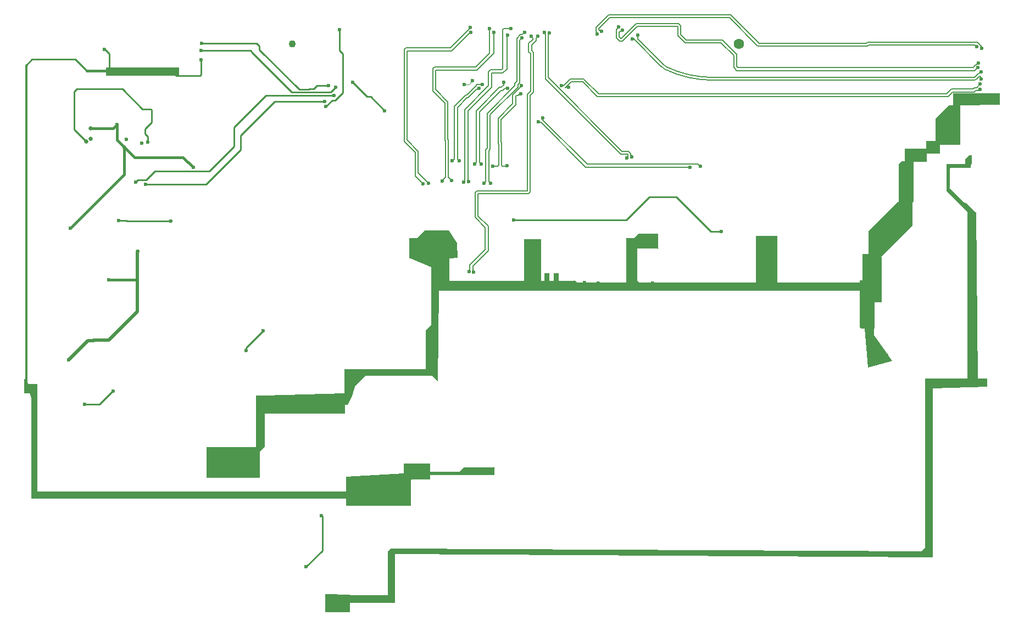
<source format=gbr>
%TF.GenerationSoftware,Altium Limited,Altium Designer,25.8.1 (18)*%
G04 Layer_Physical_Order=6*
G04 Layer_Color=16737945*
%FSLAX45Y45*%
%MOMM*%
%TF.SameCoordinates,716D66D7-A0E9-4909-A487-8E51579E39AF*%
%TF.FilePolarity,Positive*%
%TF.FileFunction,Copper,L6,Inr,Signal*%
%TF.Part,Single*%
G01*
G75*
%TA.AperFunction,Conductor*%
%ADD133C,0.25400*%
%ADD135C,0.50000*%
%ADD136C,0.35000*%
%ADD138C,0.40000*%
%ADD141C,0.45000*%
%TA.AperFunction,ComponentPad*%
%ADD148C,1.10000*%
%ADD149C,1.60000*%
%ADD153C,0.65000*%
%TA.AperFunction,ViaPad*%
%ADD161C,0.60000*%
%TA.AperFunction,Conductor*%
%ADD162C,0.16725*%
%ADD164C,0.12980*%
%ADD165C,0.12000*%
G36*
X5003800Y11630660D02*
X3881120D01*
X3881120Y11762740D01*
X5006340D01*
X5003800Y11630660D01*
D02*
G37*
G36*
X17223740Y10276840D02*
X17213580Y10266680D01*
X17216119Y10264140D01*
X17203419Y10251440D01*
Y10210800D01*
X16891000D01*
X16880840Y10200640D01*
Y9908540D01*
X16877666Y9909175D01*
X17104996Y9681845D01*
X17128998Y9671557D01*
X17250919Y9549638D01*
X17273016Y9527540D01*
X17291095D01*
X17313885Y6959870D01*
X17457420Y6959600D01*
Y6860540D01*
Y6840220D01*
X17454880Y6835140D01*
X16620183Y6809740D01*
Y4296103D01*
X16618201D01*
X16620183Y4296093D01*
Y4198620D01*
X8328660Y4247531D01*
Y3578860D01*
X8327390Y3578890D01*
Y3495040D01*
X7640320D01*
Y3357880D01*
X7642860Y3355340D01*
X7254240D01*
Y3632200D01*
X7640320Y3627120D01*
Y3611880D01*
X8221980D01*
Y4292600D01*
X8265160Y4335780D01*
Y4337829D01*
X8267199Y4337819D01*
X8267700Y4338320D01*
X8328660D01*
Y4337512D01*
X16452328Y4296931D01*
X16451579Y4297680D01*
X16504919Y4351020D01*
Y6961177D01*
X16620183D01*
X17155161Y6960169D01*
Y9525000D01*
X17039590Y9640570D01*
Y9640570D01*
X16830040Y9850120D01*
Y9918700D01*
Y10266680D01*
X17119600D01*
Y10345420D01*
X17183099Y10408920D01*
X17223740D01*
Y10276840D01*
D02*
G37*
G36*
X17653000Y11358880D02*
Y11186160D01*
X17045940Y11179725D01*
Y10571480D01*
X17043401Y10568940D01*
X16725900D01*
Y10431780D01*
X16525240Y10431780D01*
Y10302240D01*
X16319501D01*
Y9692640D01*
X16306799Y9679940D01*
Y9321800D01*
X15824200Y8839200D01*
X15831821Y8831580D01*
Y8138160D01*
X15720061D01*
Y7726680D01*
X15714980D01*
Y7625428D01*
X15924326Y7330440D01*
X15935960D01*
Y7314045D01*
X15992619Y7234205D01*
X15620329Y7129199D01*
X15573653Y7726680D01*
X15516859D01*
X15491460Y7752080D01*
Y8315960D01*
X9007225D01*
X8990260Y6916359D01*
X8906620Y7000000D01*
X7878840D01*
X7725192Y6846352D01*
X7682899Y6731846D01*
X7691026Y6732053D01*
X7660214Y6670428D01*
X7652440Y6649380D01*
X7651818Y6653637D01*
X7600000Y6550000D01*
X7556500D01*
Y6416040D01*
X6320000D01*
Y5900000D01*
X6250000Y5830000D01*
Y5440000D01*
X6260000Y5430000D01*
X5430000D01*
Y5900000D01*
X6190000D01*
Y6700000D01*
X6320000D01*
Y6697195D01*
X7550000Y6728467D01*
Y7000000D01*
Y7100000D01*
X8806180D01*
Y7708900D01*
X8887460Y7790180D01*
Y8675528D01*
X8571411Y8813800D01*
X8549640D01*
Y9128760D01*
X8547100Y9131300D01*
X8674100D01*
X8790940Y9248140D01*
X9156700D01*
X9286240Y9050020D01*
X9294913Y8826286D01*
X9169400Y8817872D01*
Y8470900D01*
X10322560Y8470900D01*
Y9108440D01*
X10579100D01*
Y8470900D01*
X10637520D01*
Y8585200D01*
X10634980Y8587740D01*
X10708640D01*
Y8470900D01*
X10777220D01*
Y8589408D01*
X10855960D01*
X10855960Y8470900D01*
X11094720D01*
Y8475980D01*
X11097260Y8478520D01*
X11104880Y8470900D01*
X11109960D01*
Y8465820D01*
X11137900Y8437880D01*
X11892280D01*
Y9121140D01*
X11887200Y9126220D01*
X11889740Y9128760D01*
X12016740D01*
X12082780Y9194800D01*
X12390120D01*
Y8953500D01*
X12374880Y8968740D01*
X12065000D01*
Y8473440D01*
X12100559Y8437880D01*
X13893800D01*
Y9159240D01*
X14226540D01*
Y8437880D01*
X15491460D01*
Y8473440D01*
X15539720D01*
Y8879840D01*
X15626080D01*
Y9230360D01*
X16078200Y9682480D01*
X16093440D01*
Y10264140D01*
X16139160Y10309860D01*
X16182339D01*
X16187421Y10314940D01*
Y10507980D01*
X16518317D01*
X16515184Y10622280D01*
X16659860D01*
Y10975340D01*
X16863060Y11178540D01*
X16934180Y11179528D01*
Y11363960D01*
X17647920D01*
X17653000Y11358880D01*
D02*
G37*
G36*
X2676227Y6877224D02*
X2821940Y6873240D01*
Y5224780D01*
X2816860Y5219700D01*
X7574280D01*
Y5445760D01*
X8463280Y5493192D01*
Y5651500D01*
X8869680Y5646420D01*
X8872220Y5643880D01*
Y5523230D01*
X9325610D01*
X9386900Y5584520D01*
X9869500D01*
X9865360Y5580380D01*
Y5473700D01*
X9657080D01*
X9654540Y5471160D01*
X9273540D01*
X9271000Y5468620D01*
X8872220D01*
Y5402580D01*
X8582660D01*
X8575040Y5394960D01*
Y4993640D01*
X7574280D01*
Y5105400D01*
X2816860Y5105400D01*
X2814320Y5107940D01*
X2727960D01*
X2727960Y6667628D01*
X2702498Y6733540D01*
X2619139D01*
Y6951980D01*
X2662319D01*
X2676227Y6877224D01*
D02*
G37*
D133*
X6243320Y12030045D02*
X6853545Y11419820D01*
X5346700Y12136120D02*
X6200140D01*
X6243320Y12092940D01*
Y12030045D02*
Y12092940D01*
X6853545Y11419820D02*
X7001355D01*
X7075374Y11428740D02*
X7126634Y11480000D01*
X7010275Y11428740D02*
X7075374D01*
X7001355Y11419820D02*
X7010275Y11428740D01*
X6123940Y11993880D02*
X6736400Y11381420D01*
X7343920D01*
X7417500Y11455000D01*
X7126634Y11480000D02*
X7305000D01*
X5847080Y10838180D02*
X6338900Y11330000D01*
X7390000D01*
X6479540Y11236960D02*
X7249160D01*
X5951220Y10708640D02*
X6479540Y11236960D01*
X7266940Y11155680D02*
X7364024Y11252764D01*
X7404664D01*
X6037580Y7391400D02*
Y7437580D01*
X6300000Y7700000D01*
X10805160Y8493760D02*
X10806572Y8495172D01*
Y8533272D01*
X10815320Y8542020D01*
X6962140Y4056380D02*
X7210398Y4304638D01*
Y4831742D01*
X7195820Y4846320D02*
X7210398Y4831742D01*
X2641999Y6809379D02*
Y6946685D01*
X2656878Y6794500D02*
X2758839D01*
X2641999Y6809379D02*
X2656878Y6794500D01*
X3545319Y6560000D02*
X3776559D01*
X3983119Y6766560D01*
X3928067Y11726819D02*
Y11969793D01*
X2735580Y11887200D02*
X3403600D01*
X2646680Y11798300D02*
X2735580Y11887200D01*
X3913188Y11711940D02*
X3928067Y11726819D01*
X5344160Y11648079D02*
Y11877401D01*
X4960620Y11633200D02*
X5329281D01*
X5344160Y11648079D01*
X3403600Y11887200D02*
X3578860Y11711940D01*
X4886960Y11706860D02*
X4960620Y11633200D01*
X3853180Y12044680D02*
X3928067Y11969793D01*
X4329794Y8486140D02*
X4360000Y8455934D01*
X7472680Y12024360D02*
Y12341860D01*
X4632894Y10162540D02*
X5466080D01*
X5847080Y10543540D01*
X4493194Y10022840D02*
X4632894Y10162540D01*
X4368800Y10022840D02*
X4493194D01*
X4338320Y9992360D02*
X4368800Y10022840D01*
X4488230Y9956781D02*
X5420341D01*
X5951220Y10487660D01*
X4480000Y10810000D02*
X4580000Y10910000D01*
X4565121Y11120000D02*
X4580000Y11105121D01*
Y10910000D02*
Y11105121D01*
X4440000Y11120000D02*
X4565121D01*
X5847080Y10543540D02*
Y10838180D01*
X5951220Y10487660D02*
Y10708640D01*
X7404664Y11252764D02*
X7526020Y11374120D01*
X6106521Y12026900D02*
X6123940Y12009481D01*
X5341620Y12026900D02*
X6106521D01*
X6123940Y11993880D02*
Y12009481D01*
X7680960Y11529060D02*
X7900657Y11309363D01*
X7953997D01*
X8168640Y11094720D01*
X13197839Y9227820D02*
X13360400D01*
X12661900Y9763760D02*
X13197839Y9227820D01*
X12247880Y9763760D02*
X12661900D01*
X11892280Y9408160D02*
X12247880Y9763760D01*
X10160000Y9408160D02*
X11892280D01*
X7526020Y11374120D02*
Y11971020D01*
X7472680Y12024360D02*
X7526020Y11971020D01*
X4430000Y10590000D02*
Y10599363D01*
X4185000Y10655000D02*
X4190000Y10650000D01*
X3643000Y10660000D02*
X3648000Y10655000D01*
X4070000Y9400000D02*
X4190000D01*
X4200000Y9390000D01*
X4880000D01*
X4520000Y10610000D02*
Y10694681D01*
X4480000Y10734682D02*
X4520000Y10694681D01*
X4480000Y10734682D02*
Y10810000D01*
X4130000Y11430000D02*
X4440000Y11120000D01*
X3430000Y11430000D02*
X4130000D01*
X3390000Y11390000D02*
X3430000Y11430000D01*
X3390000Y10803000D02*
Y11390000D01*
Y10803000D02*
X3573000Y10620000D01*
D135*
X3687665Y7542346D02*
X3695319Y7550000D01*
X3914090D01*
X3305319Y7250000D02*
X3597665Y7542346D01*
X3687665D01*
X3918771Y7550000D02*
X4360000Y7991228D01*
Y8455934D02*
Y8920640D01*
Y7991228D02*
Y8455934D01*
D136*
X2646680Y6946685D02*
Y11798300D01*
D138*
X3921760Y8486140D02*
X4329794D01*
X4315000Y10375000D02*
X5065000D01*
X5220000Y10220000D01*
X4160000Y10530000D02*
X4315000Y10375000D01*
X3330000Y9280000D02*
X4160000Y10110000D01*
Y10530000D01*
X4050000Y10640000D02*
Y10880000D01*
Y10640000D02*
X4160000Y10530000D01*
X3990000Y10820000D02*
X4050000Y10880000D01*
X3643000Y10820000D02*
X3990000D01*
D141*
X3578860Y11711940D02*
X3913188D01*
D148*
X6747500Y12128800D02*
D03*
D149*
X13627499D02*
D03*
D153*
X3643000Y10820000D02*
D03*
X3573000Y10620000D02*
D03*
X3643000Y10660000D02*
D03*
D161*
X7249160Y11236960D02*
D03*
X15714980Y7421880D02*
D03*
X5549230Y5510378D02*
D03*
X5889789Y5505334D02*
D03*
X5729230Y5510378D02*
D03*
X6069788Y5505334D02*
D03*
X6037580Y7391400D02*
D03*
X6300000Y7700000D02*
D03*
X8890000Y8745220D02*
D03*
X8956040Y8854440D02*
D03*
X8623300Y8973820D02*
D03*
X8656320Y9055100D02*
D03*
X8875257Y9167119D02*
D03*
X8950960Y9212580D02*
D03*
X9672320Y8437880D02*
D03*
X10673080Y8542020D02*
D03*
X10815320D02*
D03*
X9034780Y8900160D02*
D03*
X9131300Y8897620D02*
D03*
X9230360Y8910320D02*
D03*
X10378440Y8902700D02*
D03*
X10528300Y8884920D02*
D03*
X10449560D02*
D03*
X15892780Y7294880D02*
D03*
X11463020Y8432800D02*
D03*
X11254740Y8440420D02*
D03*
X12298680Y8430260D02*
D03*
X13949680Y8823960D02*
D03*
X14033501Y8829040D02*
D03*
X11998960Y9027160D02*
D03*
X11938000Y9080500D02*
D03*
X12171680Y9151620D02*
D03*
X14033501Y8935720D02*
D03*
X14038580Y9047480D02*
D03*
X17325340Y11229340D02*
D03*
X16984979Y11318240D02*
D03*
X17612360Y11216640D02*
D03*
X17604739Y11318240D02*
D03*
X17325340Y11323320D02*
D03*
X8679180Y8887460D02*
D03*
X8775700Y8882380D02*
D03*
X6962140Y4056380D02*
D03*
X7195820Y4846320D02*
D03*
X3985659Y6766560D02*
D03*
X3305319Y7250000D02*
D03*
X3695319Y7550000D02*
D03*
X3545319Y6560000D02*
D03*
X9819640Y5529580D02*
D03*
X9248140Y5496560D02*
D03*
X8710000Y5520000D02*
D03*
X5344160Y11877401D02*
D03*
X3853180Y12040769D02*
D03*
X4894580Y11689080D02*
D03*
X3921760Y8486140D02*
D03*
X4370660Y8920640D02*
D03*
X12070080Y12263120D02*
D03*
X7472680Y12341860D02*
D03*
X10604500Y10985500D02*
D03*
X10543540Y10919460D02*
D03*
X17345660Y11424920D02*
D03*
X17322800Y11831320D02*
D03*
X17368520Y11689080D02*
D03*
X17365981Y11584940D02*
D03*
X17350740Y11503660D02*
D03*
X17300342Y12083182D02*
D03*
X17375259Y12059960D02*
D03*
X17310100Y11757660D02*
D03*
X17170399Y10320020D02*
D03*
X11772914Y12387580D02*
D03*
X11005820Y11455400D02*
D03*
X11445240Y12278360D02*
D03*
X7439083Y3467411D02*
D03*
X7366000Y3520440D02*
D03*
X11991340Y12202160D02*
D03*
X11833860Y12339320D02*
D03*
X10894060Y11478260D02*
D03*
X11516360Y12316460D02*
D03*
X4050000Y10880000D02*
D03*
X4160000Y10530000D02*
D03*
X5220000Y10220000D02*
D03*
X3330000Y9280000D02*
D03*
X4488230Y9956781D02*
D03*
X4338320Y9992360D02*
D03*
X10528300Y12245340D02*
D03*
X9544575Y8604541D02*
D03*
X10434320Y12245340D02*
D03*
X9471660Y8608060D02*
D03*
X12877800Y10218460D02*
D03*
X13037820Y10238740D02*
D03*
X10327640Y12303760D02*
D03*
X10284460Y12214860D02*
D03*
X9395460Y11501120D02*
D03*
X9060721Y10010681D02*
D03*
X9204960Y10020300D02*
D03*
X10711180Y12298051D02*
D03*
X11902440Y10360660D02*
D03*
X11983720Y10383520D02*
D03*
X9390380Y9992360D02*
D03*
X9469120Y9997440D02*
D03*
X10114280Y12359640D02*
D03*
X10068560Y12263120D02*
D03*
X9212580Y10317480D02*
D03*
X9324340D02*
D03*
X9674860Y11501120D02*
D03*
X9622502Y11440418D02*
D03*
X10010140Y11531600D02*
D03*
X9555480Y10269220D02*
D03*
X10066388Y11438839D02*
D03*
X9659620Y10266680D02*
D03*
X9841782Y10235342D02*
D03*
X10058470Y10243996D02*
D03*
X10629900Y12301220D02*
D03*
X9804400Y9974580D02*
D03*
X9789160Y12362180D02*
D03*
X9494520Y12382500D02*
D03*
X8760460Y9966960D02*
D03*
X9857740Y12303760D02*
D03*
X9497060Y12301220D02*
D03*
X8846820Y9972040D02*
D03*
X9700260D02*
D03*
X10266680Y11356340D02*
D03*
X10279380Y11478260D02*
D03*
X9525000Y11554460D02*
D03*
X5346700Y12136120D02*
D03*
X7305000Y11480000D02*
D03*
X5341620Y12026900D02*
D03*
X7417500Y11455000D02*
D03*
X8168640Y11094720D02*
D03*
X7680960Y11529060D02*
D03*
X13360400Y9227820D02*
D03*
X10160000Y9408160D02*
D03*
X7390000Y11330000D02*
D03*
X7266940Y11155680D02*
D03*
X4190000Y10650000D02*
D03*
X4430000Y10590000D02*
D03*
X4070000Y9400000D02*
D03*
X4880000Y9390000D02*
D03*
X4520000Y10610000D02*
D03*
D162*
X10391711Y12130094D02*
X10457948Y12196330D01*
X10438436Y12020284D02*
X10468326Y11990394D01*
X10391711Y12000930D02*
Y12130094D01*
X10417545Y11329405D02*
X10468326Y11380186D01*
X10438436Y12110740D02*
X10504672Y12176976D01*
X10405396Y11987244D02*
X10421600Y11971040D01*
X10391711Y12000930D02*
X10405396Y11987244D01*
X10438436Y12020284D02*
Y12110740D01*
X10468326Y11380186D02*
Y11990394D01*
X10405396Y11987244D02*
Y11987244D01*
X11291854Y10267685D02*
X12854388D01*
X11272500Y10220960D02*
X12875301D01*
X10580998Y10912463D02*
X11272500Y10220960D01*
X10604500Y10985500D02*
X10611497Y10978503D01*
X10543540Y10919460D02*
X10550537Y10912463D01*
X10580998D01*
X10611497Y10948042D02*
X11291854Y10267685D01*
X10611497Y10948042D02*
Y10978503D01*
X10504672Y12213905D02*
X10528300Y12237533D01*
Y12245340D01*
X10504672Y12176976D02*
Y12213905D01*
X10417545Y9836851D02*
Y11329405D01*
X10390174Y9809480D02*
X10417545Y9836851D01*
X9611360Y9809480D02*
X10390174D01*
X9767286Y8931855D02*
Y9310694D01*
X9611360Y9466619D02*
Y9809480D01*
Y9466619D02*
X9767286Y9310694D01*
X9531480Y8696050D02*
X9767286Y8931855D01*
X9531480Y8629346D02*
X9544575Y8616251D01*
X9531480Y8629346D02*
Y8696050D01*
X9544575Y8604541D02*
Y8616251D01*
X10434320Y12237533D02*
X10457948Y12213905D01*
Y12196330D02*
Y12213905D01*
X10434320Y12237533D02*
Y12245340D01*
X10421600Y11399540D02*
Y11971040D01*
X10370820Y9856205D02*
Y11348759D01*
X10421600Y11399540D01*
X9592006Y9856205D02*
X10370820D01*
X9564635Y9828834D02*
X9592006Y9856205D01*
X9720560Y8951209D02*
Y9291340D01*
X9564635Y9447265D02*
X9720560Y9291340D01*
X9564635Y9447265D02*
Y9828834D01*
X9484755Y8715404D02*
X9720560Y8951209D01*
X9484755Y8632865D02*
Y8715404D01*
X9471660Y8619770D02*
X9484755Y8632865D01*
X9471660Y8608060D02*
Y8619770D01*
X12856525Y10269822D02*
X12995027D01*
X13030791Y10234059D01*
X13039673D01*
X12875301Y10220960D02*
X12877800Y10218460D01*
X12854388Y10267685D02*
X12856525Y10269822D01*
X9796780Y11030515D02*
X10224687Y11458422D01*
X10255747Y11527264D02*
Y12183425D01*
X10224687Y11496204D02*
X10255747Y11527264D01*
X10284460Y12212138D02*
Y12214860D01*
X10224687Y11458422D02*
Y11496204D01*
X10177962Y11477776D02*
Y11515558D01*
X10324810Y12303760D02*
X10327640D01*
X10287273Y12266222D02*
X10324810Y12303760D01*
X10255747Y12183425D02*
X10284460Y12212138D01*
X10263185Y12266222D02*
X10287273D01*
X10209023Y11546619D02*
Y12212060D01*
X10177962Y11515558D02*
X10209023Y11546619D01*
Y12212060D02*
X10263185Y12266222D01*
X9750055Y11049869D02*
X10177962Y11477776D01*
X9060721Y10015761D02*
X9109208Y10064248D01*
X9060721Y10010681D02*
Y10015761D01*
X9147042Y10651126D02*
Y11231417D01*
X9100318Y10631771D02*
X9109208Y10622881D01*
X9155932Y10064248D02*
X9199880Y10020300D01*
X9109208Y10064248D02*
Y10622881D01*
X9147042Y10651126D02*
X9155932Y10642236D01*
X9100318Y10631771D02*
Y11212063D01*
X9155932Y10064248D02*
Y10642236D01*
X9199880Y10020300D02*
X9204960D01*
X10647178Y11586426D02*
X11811784Y10421820D01*
X10711180Y12286341D02*
Y12298051D01*
X10693902Y11605780D02*
X11831138Y10468544D01*
X10693902Y12269064D02*
X10711180Y12286341D01*
X10693902Y11605780D02*
Y12269064D01*
X10647178Y11586426D02*
Y12272232D01*
X10629900Y12289510D02*
Y12301220D01*
Y12289510D02*
X10647178Y12272232D01*
X11966908Y10412042D02*
X11983720Y10395230D01*
X11902440Y10360660D02*
Y10372370D01*
X11929740Y10468544D02*
X11966908Y10431376D01*
X11811784Y10421820D02*
X11910386D01*
X11966908Y10412042D02*
Y10431376D01*
X11902440Y10372370D02*
X11920183Y10390113D01*
X11910386Y10421820D02*
X11920183Y10412022D01*
X11831138Y10468544D02*
X11929740D01*
X11920183Y10390113D02*
Y10412022D01*
X11983720Y10383520D02*
Y10395230D01*
X10005060Y12359640D02*
X10114280D01*
X9989820Y12344400D02*
X10005060Y12359640D01*
X9972403Y11723105D02*
X9989820Y11740522D01*
Y12344400D01*
X9800286Y11723105D02*
X9972403D01*
X9772915Y11478062D02*
Y11695734D01*
X9800286Y11723105D01*
X9406388Y11111534D02*
X9772915Y11478062D01*
X9406388Y10020078D02*
Y11111534D01*
X9390380Y10004070D02*
X9406388Y10020078D01*
X9390380Y9992360D02*
Y10004070D01*
X10068560Y12251410D02*
Y12263120D01*
X10054325Y12237175D02*
X10068560Y12251410D01*
X10054325Y11738948D02*
Y12237175D01*
X9991757Y11676380D02*
X10054325Y11738948D01*
X9819640Y11458708D02*
Y11676380D01*
X9991757D01*
X9453112Y11092180D02*
X9819640Y11458708D01*
X9469120Y9997440D02*
Y10009150D01*
X9453112Y10025158D02*
Y11092180D01*
Y10025158D02*
X9469120Y10009150D01*
X9673325Y11499585D02*
X9674860Y11501120D01*
X9582348Y11499585D02*
X9673325D01*
X9438844Y11338877D02*
X9582348Y11482381D01*
Y11499585D01*
X9421641Y11338877D02*
X9438844D01*
X9245098Y11162334D02*
X9421641Y11338877D01*
X9212580Y10317480D02*
X9245098Y10349998D01*
Y11162334D01*
X9610792Y11440418D02*
X9622502D01*
X9588025Y11421978D02*
X9592351D01*
X9610792Y11440418D01*
X9458199Y11292152D02*
X9588025Y11421978D01*
X9440995Y11292152D02*
X9458199D01*
X9291822Y11142980D02*
X9440995Y11292152D01*
X9291822Y10349998D02*
Y11142980D01*
Y10349998D02*
X9324340Y10317480D01*
X9611559Y11120357D02*
X9943435Y11452233D01*
X9967966D01*
X10006509Y11490776D02*
Y11527969D01*
X10010140Y11531600D01*
X9967966Y11452233D02*
X10006509Y11490776D01*
X9584188Y11092986D02*
X9611558Y11120357D01*
X9611559D01*
X9584188Y10297928D02*
Y11092986D01*
X9555480Y10269220D02*
X9584188Y10297928D01*
X10021292Y11439481D02*
X10065747D01*
X10066388Y11438839D01*
X9987320Y11405509D02*
X10021292Y11439481D01*
X9962789Y11405509D02*
X9987320D01*
X9630913Y11073632D02*
X9962789Y11405509D01*
X9630912Y10295388D02*
X9659620Y10266680D01*
X9630912Y10295388D02*
Y11073632D01*
X9630913D01*
X10204846Y11330465D02*
X10229095D01*
X9796780Y10496048D02*
Y11030515D01*
X10193020Y11318639D02*
X10204846Y11330465D01*
X10229095D02*
X10254970Y11356340D01*
X10193020Y11181848D02*
Y11318639D01*
X10254970Y11356340D02*
X10266680D01*
X10146295Y11201202D02*
Y11337993D01*
X10279380Y11471078D02*
Y11478260D01*
X10146295Y11337993D02*
X10279380Y11471078D01*
X9750055Y10515402D02*
Y11049869D01*
X9841782Y10235342D02*
X9912639D01*
X9926763Y10249466D02*
Y10579652D01*
X9912639Y10235342D02*
X9926763Y10249466D01*
X9983285Y10239669D02*
X10054142D01*
X9965833Y10606661D02*
Y10954661D01*
X9973488Y10249466D02*
Y10599006D01*
X9965833Y10606661D02*
X9973488Y10599006D01*
Y10249466D02*
X9983285Y10239669D01*
X10054142D02*
X10058470Y10243996D01*
X9919108Y10587307D02*
X9926763Y10579652D01*
X9965833Y10954661D02*
X10193020Y11181848D01*
X9919108Y10974015D02*
X10146295Y11201202D01*
X9919108Y10587307D02*
Y10974015D01*
X9775692Y10474960D02*
X9796780Y10496048D01*
X9775692Y10003288D02*
X9804400Y9974580D01*
X9775692Y10003288D02*
Y10474960D01*
X9789160Y11982185D02*
Y12362180D01*
X9575800Y11768825D02*
X9789160Y11982185D01*
X8939226Y11768825D02*
X9575800D01*
X8911855Y11400525D02*
X9100318Y11212063D01*
X8911855Y11741454D02*
X8939226Y11768825D01*
X8911855Y11400525D02*
Y11741454D01*
X9474200Y12354599D02*
Y12362180D01*
X9183066Y12063465D02*
X9474200Y12354599D01*
X8878794Y12064067D02*
X8879396Y12063465D01*
X9183066D01*
X8498873Y12064067D02*
X8878794D01*
X8470900Y10619740D02*
X8641080Y10449560D01*
Y10086340D02*
Y10449560D01*
X8470900Y12036094D02*
X8498873Y12064067D01*
X8470900Y10619740D02*
Y12036094D01*
X8641080Y10086340D02*
X8760460Y9966960D01*
X9854558Y12300578D02*
X9857740Y12303760D01*
X9854558Y11981504D02*
Y12300578D01*
X9595154Y11722100D02*
X9854558Y11981504D01*
X8958580Y11722100D02*
X9595154D01*
X8958580Y11419879D02*
Y11722100D01*
Y11419879D02*
X9147042Y11231417D01*
X9486900Y12301220D02*
X9497060D01*
X9202420Y12016740D02*
X9486900Y12301220D01*
X8859439Y12017342D02*
X8860042Y12016740D01*
X8518227Y12017342D02*
X8859439D01*
X8860042Y12016740D02*
X9202420D01*
X8517625D02*
X8518227Y12017342D01*
X8517625Y10639094D02*
Y12016740D01*
X8687805Y10131055D02*
X8846820Y9972040D01*
X8517625Y10639094D02*
X8687805Y10468914D01*
Y10131055D02*
Y10468914D01*
X9728968Y10494314D02*
X9750055Y10515402D01*
X9728968Y10000748D02*
Y10494314D01*
X9700260Y9972040D02*
X9728968Y10000748D01*
D164*
X17364717Y11692882D02*
G03*
X17355540Y11696682I-9177J-9180D01*
G01*
X17332347Y11667705D02*
G03*
X17342560Y11680387I-2767J12681D01*
G01*
X17362044Y11692873D02*
G03*
X17342560Y11681639I-6503J-11234D01*
G01*
X17356740Y11616662D02*
G03*
X17335103Y11622213I-12462J-3630D01*
G01*
X17332347Y11667705D02*
G03*
X17304723Y11652616I11931J-54673D01*
G01*
X17254301Y11607600D02*
G03*
X17263477Y11611398I0J12980D01*
G01*
X17254301Y11564620D02*
G03*
X17293855Y11580996I0J55960D01*
G01*
X12511524Y11771260D02*
G03*
X13231018Y11607599I719997J1501925D01*
G01*
X12504846Y11774500D02*
G03*
X12507524Y11772752I8381J9912D01*
G01*
X12508519Y11772273D02*
G03*
X12511524Y11771259I5621J11700D01*
G01*
X12507524Y11772752D02*
G03*
X12508519Y11772273I723996J1504354D01*
G01*
X12463813Y11809547D02*
G03*
X12464533Y11808878I9191J9165D01*
G01*
X12462770Y11810591D02*
G03*
X12462622Y11810739I-30539J-30243D01*
G01*
X12432231Y11780347D02*
G03*
X12432231Y11780346I15196J15196D01*
G01*
X12492819Y11732137D02*
G03*
X13231018Y11564619I738702J1544968D01*
G01*
X12488650Y11734137D02*
G03*
X12489906Y11733533I742870J1542968D01*
G01*
X12477027Y11741739D02*
G03*
X12488389Y11734267I36201J42674D01*
G01*
D02*
G03*
X12488650Y11734137I9670J19191D01*
G01*
X12433402Y11779176D02*
G03*
X12436560Y11776247I39603J39536D01*
G01*
X12010418Y12202160D02*
X12432231Y11780347D01*
X12070080Y12203281D02*
Y12263120D01*
X17355540Y11696682D02*
X17362044Y11692873D01*
X12070080Y12203281D02*
X12462622Y11810738D01*
X11991340Y12202160D02*
X12010418D01*
X17287617Y12083182D02*
X17300342D01*
X17366263Y12068957D02*
Y12087250D01*
Y12068957D02*
X17375259Y12059960D01*
X17332936Y11424920D02*
X17345660D01*
X17364717Y11692882D02*
X17368520Y11689080D01*
X17312390Y11404374D02*
X17332936Y11424920D01*
X17356740Y11616662D02*
X17365981Y11584940D01*
X17263911Y12106890D02*
X17287617Y12083182D01*
X17303644Y12149870D02*
X17366263Y12087250D01*
X17247993Y11765542D02*
X17313771Y11831320D01*
X17322800D01*
X17258568Y11713910D02*
X17266350D01*
X17342560Y11680387D02*
Y11681639D01*
X17247993Y11764117D02*
Y11765542D01*
X17266350Y11713910D02*
X17310100Y11757660D01*
X17258192Y11713533D02*
X17258568Y11713910D01*
X17240390Y11756513D02*
X17247993Y11764117D01*
X17261186Y11447354D02*
X17294434D01*
X17258064Y11383450D02*
X17278989Y11404374D01*
X17312390D01*
X17240262Y11426430D02*
X17261186Y11447354D01*
X17294434D02*
X17350740Y11503660D01*
X17293855Y11580996D02*
X17335103Y11622213D01*
X17263477Y11611398D02*
X17304723Y11652616D01*
X15612967Y12088060D02*
X15631796Y12106890D01*
X15595164Y12131040D02*
X15613994Y12149870D01*
X16835475Y11353600D02*
X16908305Y11426430D01*
X17240262D01*
X16926106Y11383450D02*
X17258064D01*
X16853278Y11310620D02*
X16926106Y11383450D01*
X15613994Y12149870D02*
X17303644D01*
X15631796Y12106890D02*
X17263911D01*
X11743890Y12214128D02*
X11790641Y12167376D01*
X11836999D01*
X12801578Y12141200D02*
X13355521D01*
X12690040Y12252737D02*
X12801578Y12141200D01*
X13355521D02*
X13553641Y11943080D01*
Y11757437D02*
Y11943080D01*
X11743890Y12214128D02*
Y12346644D01*
X11772914Y12375669D01*
Y12387580D01*
X13597543Y11713533D02*
X17258192D01*
X13553641Y11757437D02*
X13597543Y11713533D01*
X12062282Y12392660D02*
X12682437D01*
X11836999Y12167376D02*
X12062282Y12392660D01*
X12690040Y12252737D02*
Y12385057D01*
X12682437Y12392660D02*
X12690040Y12385057D01*
X10957560Y11447780D02*
X10965180Y11455400D01*
X11005820D01*
X10965180D02*
X11046549Y11536769D01*
X11224349D01*
X11437909Y11323208D02*
X11437909D01*
X11450498Y11310620D02*
X16853278D01*
X11437909Y11323208D02*
X11450498Y11310620D01*
X11224349Y11536769D02*
X11437909Y11323208D01*
X13231020Y11607600D02*
X17254301Y11607600D01*
X12464533Y11808878D02*
X12504846Y11774500D01*
X12462770Y11810591D02*
X12463813Y11809547D01*
X11436243Y12287357D02*
X11445240Y12278360D01*
X11425816Y12321054D02*
X11436243Y12310626D01*
Y12287357D02*
Y12310626D01*
X11425816Y12321054D02*
Y12375032D01*
X13944423Y12131040D02*
X15595164D01*
X11621044Y12570260D02*
X13505203D01*
X13517792Y12557671D01*
X13517792D02*
X13944423Y12131040D01*
X13517792Y12557671D02*
X13517792D01*
X11425816Y12375032D02*
X11621044Y12570260D01*
X13231020Y11564620D02*
X17254301Y11564620D01*
X12432231Y11780346D02*
X12433402Y11779176D01*
X12489906Y11733533D02*
X12492819Y11732137D01*
X12436560Y11776247D02*
X12477026Y11741738D01*
X11786869Y12231930D02*
X11808443Y12210356D01*
X13596620Y11775240D02*
Y11960883D01*
X12819380Y12184180D02*
X13373323D01*
X13596620Y11960883D01*
X12733020Y12270540D02*
X12819380Y12184180D01*
X11808443Y12210356D02*
X11819196D01*
X11828198Y12339320D02*
X11833860D01*
X11786869Y12307171D02*
X11796049D01*
X11786869Y12231930D02*
Y12307171D01*
X11796049D02*
X11828198Y12339320D01*
X13596620Y11775240D02*
X13615347Y11756513D01*
X17240390D01*
X12733020Y12270540D02*
Y12402859D01*
X12044480Y12435640D02*
X12700239D01*
X12733020Y12402859D01*
X11819196Y12210356D02*
X12044480Y12435640D01*
X10894149Y11478171D02*
X10927169D01*
X11016157Y11567160D01*
X10894060Y11478260D02*
X10894149Y11478171D01*
X11016157Y11567160D02*
X11016158D01*
X11028746Y11579748D01*
X11242151D01*
X11254740Y11567160D01*
X11254740D01*
X11468300Y11353600D02*
X16835475D01*
X11254740Y11567160D02*
X11468300Y11353600D01*
X11503636Y12316460D02*
X11516360D01*
X11481619Y12338478D02*
X11503636Y12316460D01*
X13914030Y12100649D02*
X13914032D01*
X13926620Y12088060D01*
X11469975Y12347656D02*
X11479154Y12338478D01*
X11481619D01*
X11469975Y12347656D02*
Y12358409D01*
X13926620Y12088060D02*
X15612967D01*
X13487399Y12527280D02*
X13914030Y12100649D01*
X11638846Y12527280D02*
X13487399D01*
X11469975Y12358409D02*
X11638846Y12527280D01*
D165*
X9518343Y11547803D02*
Y11554460D01*
X9471660Y11501120D02*
X9518343Y11547803D01*
X9395460Y11501120D02*
X9471660D01*
%TF.MD5,c4d9f20558212aca8f1afa448c06c8cd*%
M02*

</source>
